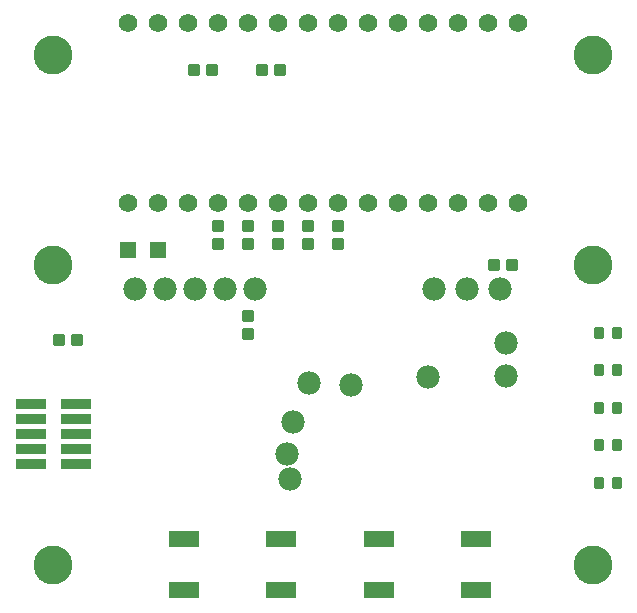
<source format=gts>
G75*
%MOIN*%
%OFA0B0*%
%FSLAX24Y24*%
%IPPOS*%
%LPD*%
%AMOC8*
5,1,8,0,0,1.08239X$1,22.5*
%
%ADD10C,0.0098*%
%ADD11C,0.0780*%
%ADD12R,0.1024X0.0335*%
%ADD13C,0.0620*%
%ADD14C,0.0085*%
%ADD15R,0.1040X0.0540*%
%ADD16C,0.1300*%
%ADD17R,0.0540X0.0540*%
D10*
X001754Y009346D02*
X002046Y009346D01*
X002046Y009054D01*
X001754Y009054D01*
X001754Y009346D01*
X001754Y009151D02*
X002046Y009151D01*
X002046Y009248D02*
X001754Y009248D01*
X001754Y009345D02*
X002046Y009345D01*
X002354Y009346D02*
X002646Y009346D01*
X002646Y009054D01*
X002354Y009054D01*
X002354Y009346D01*
X002354Y009151D02*
X002646Y009151D01*
X002646Y009248D02*
X002354Y009248D01*
X002354Y009345D02*
X002646Y009345D01*
X007054Y012254D02*
X007054Y012546D01*
X007346Y012546D01*
X007346Y012254D01*
X007054Y012254D01*
X007054Y012351D02*
X007346Y012351D01*
X007346Y012448D02*
X007054Y012448D01*
X007054Y012545D02*
X007346Y012545D01*
X007054Y012854D02*
X007054Y013146D01*
X007346Y013146D01*
X007346Y012854D01*
X007054Y012854D01*
X007054Y012951D02*
X007346Y012951D01*
X007346Y013048D02*
X007054Y013048D01*
X007054Y013145D02*
X007346Y013145D01*
X008054Y013146D02*
X008054Y012854D01*
X008054Y013146D02*
X008346Y013146D01*
X008346Y012854D01*
X008054Y012854D01*
X008054Y012951D02*
X008346Y012951D01*
X008346Y013048D02*
X008054Y013048D01*
X008054Y013145D02*
X008346Y013145D01*
X008054Y012546D02*
X008054Y012254D01*
X008054Y012546D02*
X008346Y012546D01*
X008346Y012254D01*
X008054Y012254D01*
X008054Y012351D02*
X008346Y012351D01*
X008346Y012448D02*
X008054Y012448D01*
X008054Y012545D02*
X008346Y012545D01*
X009054Y012546D02*
X009054Y012254D01*
X009054Y012546D02*
X009346Y012546D01*
X009346Y012254D01*
X009054Y012254D01*
X009054Y012351D02*
X009346Y012351D01*
X009346Y012448D02*
X009054Y012448D01*
X009054Y012545D02*
X009346Y012545D01*
X009054Y012854D02*
X009054Y013146D01*
X009346Y013146D01*
X009346Y012854D01*
X009054Y012854D01*
X009054Y012951D02*
X009346Y012951D01*
X009346Y013048D02*
X009054Y013048D01*
X009054Y013145D02*
X009346Y013145D01*
X010054Y013146D02*
X010054Y012854D01*
X010054Y013146D02*
X010346Y013146D01*
X010346Y012854D01*
X010054Y012854D01*
X010054Y012951D02*
X010346Y012951D01*
X010346Y013048D02*
X010054Y013048D01*
X010054Y013145D02*
X010346Y013145D01*
X010054Y012546D02*
X010054Y012254D01*
X010054Y012546D02*
X010346Y012546D01*
X010346Y012254D01*
X010054Y012254D01*
X010054Y012351D02*
X010346Y012351D01*
X010346Y012448D02*
X010054Y012448D01*
X010054Y012545D02*
X010346Y012545D01*
X011054Y012546D02*
X011054Y012254D01*
X011054Y012546D02*
X011346Y012546D01*
X011346Y012254D01*
X011054Y012254D01*
X011054Y012351D02*
X011346Y012351D01*
X011346Y012448D02*
X011054Y012448D01*
X011054Y012545D02*
X011346Y012545D01*
X011054Y012854D02*
X011054Y013146D01*
X011346Y013146D01*
X011346Y012854D01*
X011054Y012854D01*
X011054Y012951D02*
X011346Y012951D01*
X011346Y013048D02*
X011054Y013048D01*
X011054Y013145D02*
X011346Y013145D01*
X008346Y010146D02*
X008346Y009854D01*
X008054Y009854D01*
X008054Y010146D01*
X008346Y010146D01*
X008346Y009951D02*
X008054Y009951D01*
X008054Y010048D02*
X008346Y010048D01*
X008346Y010145D02*
X008054Y010145D01*
X008346Y009546D02*
X008346Y009254D01*
X008054Y009254D01*
X008054Y009546D01*
X008346Y009546D01*
X008346Y009351D02*
X008054Y009351D01*
X008054Y009448D02*
X008346Y009448D01*
X008346Y009545D02*
X008054Y009545D01*
X016254Y011554D02*
X016546Y011554D01*
X016254Y011554D02*
X016254Y011846D01*
X016546Y011846D01*
X016546Y011554D01*
X016546Y011651D02*
X016254Y011651D01*
X016254Y011748D02*
X016546Y011748D01*
X016546Y011845D02*
X016254Y011845D01*
X016854Y011554D02*
X017146Y011554D01*
X016854Y011554D02*
X016854Y011846D01*
X017146Y011846D01*
X017146Y011554D01*
X017146Y011651D02*
X016854Y011651D01*
X016854Y011748D02*
X017146Y011748D01*
X017146Y011845D02*
X016854Y011845D01*
X009396Y018054D02*
X009104Y018054D01*
X009104Y018346D01*
X009396Y018346D01*
X009396Y018054D01*
X009396Y018151D02*
X009104Y018151D01*
X009104Y018248D02*
X009396Y018248D01*
X009396Y018345D02*
X009104Y018345D01*
X008796Y018054D02*
X008504Y018054D01*
X008504Y018346D01*
X008796Y018346D01*
X008796Y018054D01*
X008796Y018151D02*
X008504Y018151D01*
X008504Y018248D02*
X008796Y018248D01*
X008796Y018345D02*
X008504Y018345D01*
X007146Y018346D02*
X006854Y018346D01*
X007146Y018346D02*
X007146Y018054D01*
X006854Y018054D01*
X006854Y018346D01*
X006854Y018151D02*
X007146Y018151D01*
X007146Y018248D02*
X006854Y018248D01*
X006854Y018345D02*
X007146Y018345D01*
X006546Y018346D02*
X006254Y018346D01*
X006546Y018346D02*
X006546Y018054D01*
X006254Y018054D01*
X006254Y018346D01*
X006254Y018151D02*
X006546Y018151D01*
X006546Y018248D02*
X006254Y018248D01*
X006254Y018345D02*
X006546Y018345D01*
D11*
X006450Y010900D03*
X005450Y010900D03*
X004450Y010900D03*
X007450Y010900D03*
X008450Y010900D03*
X010250Y007750D03*
X011650Y007700D03*
X009700Y006450D03*
X009500Y005400D03*
X009600Y004550D03*
X014200Y007950D03*
X016800Y008000D03*
X016800Y009100D03*
X016600Y010900D03*
X015500Y010900D03*
X014400Y010900D03*
D12*
X002463Y007050D03*
X002463Y006550D03*
X002463Y006050D03*
X002463Y005550D03*
X002463Y005050D03*
X000963Y005050D03*
X000963Y005550D03*
X000963Y006050D03*
X000963Y006550D03*
X000963Y007050D03*
D13*
X004200Y013750D03*
X005200Y013750D03*
X006200Y013750D03*
X007200Y013750D03*
X008200Y013750D03*
X009200Y013750D03*
X010200Y013750D03*
X011200Y013750D03*
X012200Y013750D03*
X013200Y013750D03*
X014200Y013750D03*
X015200Y013750D03*
X016200Y013750D03*
X017200Y013750D03*
X017200Y019750D03*
X016200Y019750D03*
X015200Y019750D03*
X014200Y019750D03*
X013200Y019750D03*
X012200Y019750D03*
X011200Y019750D03*
X010200Y019750D03*
X009200Y019750D03*
X008200Y019750D03*
X007200Y019750D03*
X006200Y019750D03*
X005200Y019750D03*
X004200Y019750D03*
D14*
X019772Y009297D02*
X020028Y009297D01*
X019772Y009297D02*
X019772Y009603D01*
X020028Y009603D01*
X020028Y009297D01*
X020028Y009381D02*
X019772Y009381D01*
X019772Y009465D02*
X020028Y009465D01*
X020028Y009549D02*
X019772Y009549D01*
X020372Y009297D02*
X020628Y009297D01*
X020372Y009297D02*
X020372Y009603D01*
X020628Y009603D01*
X020628Y009297D01*
X020628Y009381D02*
X020372Y009381D01*
X020372Y009465D02*
X020628Y009465D01*
X020628Y009549D02*
X020372Y009549D01*
X020372Y008047D02*
X020628Y008047D01*
X020372Y008047D02*
X020372Y008353D01*
X020628Y008353D01*
X020628Y008047D01*
X020628Y008131D02*
X020372Y008131D01*
X020372Y008215D02*
X020628Y008215D01*
X020628Y008299D02*
X020372Y008299D01*
X020028Y008047D02*
X019772Y008047D01*
X019772Y008353D01*
X020028Y008353D01*
X020028Y008047D01*
X020028Y008131D02*
X019772Y008131D01*
X019772Y008215D02*
X020028Y008215D01*
X020028Y008299D02*
X019772Y008299D01*
X019772Y006797D02*
X020028Y006797D01*
X019772Y006797D02*
X019772Y007103D01*
X020028Y007103D01*
X020028Y006797D01*
X020028Y006881D02*
X019772Y006881D01*
X019772Y006965D02*
X020028Y006965D01*
X020028Y007049D02*
X019772Y007049D01*
X020372Y006797D02*
X020628Y006797D01*
X020372Y006797D02*
X020372Y007103D01*
X020628Y007103D01*
X020628Y006797D01*
X020628Y006881D02*
X020372Y006881D01*
X020372Y006965D02*
X020628Y006965D01*
X020628Y007049D02*
X020372Y007049D01*
X020372Y005547D02*
X020628Y005547D01*
X020372Y005547D02*
X020372Y005853D01*
X020628Y005853D01*
X020628Y005547D01*
X020628Y005631D02*
X020372Y005631D01*
X020372Y005715D02*
X020628Y005715D01*
X020628Y005799D02*
X020372Y005799D01*
X020028Y005547D02*
X019772Y005547D01*
X019772Y005853D01*
X020028Y005853D01*
X020028Y005547D01*
X020028Y005631D02*
X019772Y005631D01*
X019772Y005715D02*
X020028Y005715D01*
X020028Y005799D02*
X019772Y005799D01*
X019772Y004297D02*
X020028Y004297D01*
X019772Y004297D02*
X019772Y004603D01*
X020028Y004603D01*
X020028Y004297D01*
X020028Y004381D02*
X019772Y004381D01*
X019772Y004465D02*
X020028Y004465D01*
X020028Y004549D02*
X019772Y004549D01*
X020372Y004297D02*
X020628Y004297D01*
X020372Y004297D02*
X020372Y004603D01*
X020628Y004603D01*
X020628Y004297D01*
X020628Y004381D02*
X020372Y004381D01*
X020372Y004465D02*
X020628Y004465D01*
X020628Y004549D02*
X020372Y004549D01*
D15*
X015826Y002550D03*
X015826Y000850D03*
X012574Y000850D03*
X012574Y002550D03*
X009326Y002550D03*
X009326Y000850D03*
X006074Y000850D03*
X006074Y002550D03*
D16*
X001700Y001700D03*
X001700Y011700D03*
X001700Y018700D03*
X019700Y018700D03*
X019700Y011700D03*
X019700Y001700D03*
D17*
X005200Y012200D03*
X004200Y012200D03*
M02*

</source>
